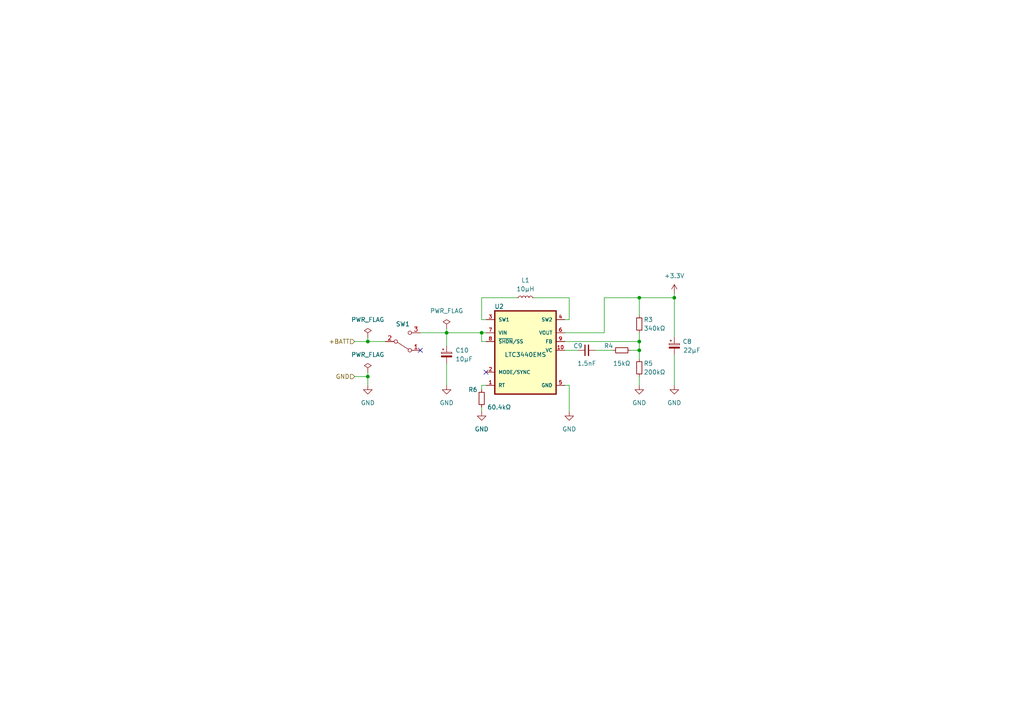
<source format=kicad_sch>
(kicad_sch (version 20211123) (generator eeschema)
  (paper "A4")
  (title_block (title "Power Supply") (date "2023-01-10") (rev "${REVISION}") (company "Authors: A. Kotkov, I. Kajdan") (comment 1 "Reviewer: A. Bondyra"))
  (lib_symbols
    (symbol "Device:C_Polarized_Small" (pin_numbers hide) (pin_names (offset 0.254) hide)
      (property "Reference" "C" (at 0.254 1.778 0))
      (property "Value" "C_Polarized_Small" (at 0.254 -2.032 0))
      (symbol "C_Polarized_Small_0_1"
        (rectangle (start -1.524 -0.3048) (end 1.524 -0.6858) (fill (type outline)))
        (rectangle (start -1.524 0.6858) (end 1.524 0.3048))
        (polyline (pts (xy -1.27 1.524) (xy -0.762 1.524)))
        (polyline (pts (xy -1.016 1.27) (xy -1.016 1.778)))
      )
      (symbol "C_Polarized_Small_1_1"
        (pin passive line (at 0 2.54 270) (length 1.8542) (name "~") (number "1"))
        (pin passive line (at 0 -2.54 90) (length 1.8542) (name "~") (number "2"))
      )
    )
    (symbol "Device:C_Small" (pin_numbers hide) (pin_names (offset 0.254) hide)
      (property "Reference" "C" (at 0.254 1.778 0))
      (property "Value" "C_Small" (at 0.254 -2.032 0))
      (symbol "C_Small_0_1"
        (polyline (pts (xy -1.524 -0.508) (xy 1.524 -0.508)) (stroke (width 0.3302)))
        (polyline (pts (xy -1.524 0.508) (xy 1.524 0.508)) (stroke (width 0.3048)))
      )
      (symbol "C_Small_1_1"
        (pin passive line (at 0 2.54 270) (length 2.032) (name "~") (number "1"))
        (pin passive line (at 0 -2.54 90) (length 2.032) (name "~") (number "2"))
      )
    )
    (symbol "Device:L_Small" (pin_numbers hide) (pin_names (offset 0.254) hide)
      (property "Reference" "L" (at 0.762 1.016 0))
      (property "Value" "L_Small" (at 0.762 -1.016 0))
      (symbol "L_Small_0_1"
        (arc (start 0 -2.032) (mid 0.508 -1.524) (end 0 -1.016))
        (arc (start 0 -1.016) (mid 0.508 -0.508) (end 0 0))
        (arc (start 0 0) (mid 0.508 0.508) (end 0 1.016))
        (arc (start 0 1.016) (mid 0.508 1.524) (end 0 2.032))
      )
      (symbol "L_Small_1_1"
        (pin passive line (at 0 2.54 270) (length 0.508) (name "~") (number "1"))
        (pin passive line (at 0 -2.54 90) (length 0.508) (name "~") (number "2"))
      )
    )
    (symbol "Device:R_Small" (pin_numbers hide) (pin_names (offset 0.254) hide)
      (property "Reference" "R" (at 0.762 0.508 0))
      (property "Value" "R_Small" (at 0.762 -1.016 0))
      (symbol "R_Small_0_1"
        (rectangle (start -0.762 1.778) (end 0.762 -1.778) (stroke (width 0.2032)))
      )
      (symbol "R_Small_1_1"
        (pin passive line (at 0 2.54 270) (length 0.762) (name "~") (number "1"))
        (pin passive line (at 0 -2.54 90) (length 0.762) (name "~") (number "2"))
      )
    )
    (symbol "LTC3440EMS:LTC3440EMS" (pin_names (offset 1.016))
      (property "Reference" "U" (at -8.5346 13.0816 0))
      (property "Value" "LTC3440EMS" (at -6.0795 -1.8211 0))
      (symbol "LTC3440EMS_0_0"
        (rectangle (start -8.89 12.7) (end 8.89 -11.43) (stroke (width 0.4064)) (fill (type background)))
        (pin passive line (at -11.43 -8.89 0) (length 2.54) (name "RT") (number "1"))
        (pin output line (at 11.43 1.27 180) (length 2.54) (name "VC") (number "10"))
        (pin input line (at -11.43 -5.08 0) (length 2.54) (name "MODE/SYNC") (number "2"))
        (pin passive line (at -11.43 10.16 0) (length 2.54) (name "SW1") (number "3"))
        (pin passive line (at 11.43 10.16 180) (length 2.54) (name "SW2") (number "4"))
        (pin passive line (at 11.43 -8.89 180) (length 2.54) (name "GND") (number "5"))
        (pin power_out line (at 11.43 6.35 180) (length 2.54) (name "VOUT") (number "6"))
        (pin power_in line (at -11.43 6.35 0) (length 2.54) (name "VIN") (number "7"))
        (pin input line (at -11.43 3.81 0) (length 2.54) (name "~{SHDN}/SS") (number "8"))
        (pin input line (at 11.43 3.81 180) (length 2.54) (name "FB") (number "9"))
      )
    )
    (symbol "Switch:SW_SPDT" (pin_names (offset 0) hide)
      (property "Reference" "SW" (at 0 4.318 0))
      (property "Value" "SW_SPDT" (at 0 -5.08 0))
      (symbol "SW_SPDT_0_0"
        (circle (center -2.032 0) (radius 0.508))
        (circle (center 2.032 -2.54) (radius 0.508))
      )
      (symbol "SW_SPDT_0_1"
        (polyline (pts (xy -1.524 0.254) (xy 1.651 2.286)))
        (circle (center 2.032 2.54) (radius 0.508))
      )
      (symbol "SW_SPDT_1_1"
        (pin passive line (at 5.08 2.54 180) (length 2.54) (name "A") (number "1"))
        (pin passive line (at -5.08 0 0) (length 2.54) (name "B") (number "2"))
        (pin passive line (at 5.08 -2.54 180) (length 2.54) (name "C") (number "3"))
      )
    )
    (symbol "power:+3.3V" (power) (pin_names (offset 0))
      (property "Value" "+3.3V" (at 0 3.556 0))
      (symbol "+3.3V_0_1"
        (polyline (pts (xy -0.762 1.27) (xy 0 2.54)))
        (polyline (pts (xy 0 0) (xy 0 2.54)))
        (polyline (pts (xy 0 2.54) (xy 0.762 1.27)))
      )
      (symbol "+3.3V_1_1"
        (pin power_in line (at 0 0 90) (length 0) hide (name "+3.3V") (number "1"))
      )
    )
    (symbol "power:GND" (power) (pin_names (offset 0))
      (property "Value" "GND" (at 0 -3.81 0))
      (symbol "GND_0_1"
        (polyline (pts (xy 0 0) (xy 0 -1.27) (xy 1.27 -1.27) (xy 0 -2.54) (xy -1.27 -1.27) (xy 0 -1.27)))
      )
      (symbol "GND_1_1"
        (pin power_in line (at 0 0 270) (length 0) hide (name "GND") (number "1"))
      )
    )
    (symbol "power:PWR_FLAG" (power) (pin_numbers hide) (pin_names (offset 0) hide)
      (property "Value" "PWR_FLAG" (at 0 3.81 0))
      (symbol "PWR_FLAG_0_0"
        (pin power_out line (at 0 0 90) (length 0) (name "pwr") (number "1"))
      )
      (symbol "PWR_FLAG_0_1"
        (polyline (pts (xy 0 0) (xy 0 1.27) (xy -1.016 1.905) (xy 0 2.54) (xy 1.016 1.905) (xy 0 1.27)))
      )
    )
  )
  (junction (at 195.58 86.36))
  (junction (at 139.7 96.52))
  (junction (at 106.68 109.22))
  (junction (at 129.54 96.52))
  (junction (at 185.42 86.36))
  (junction (at 185.42 99.06))
  (junction (at 106.68 99.06))
  (junction (at 185.42 101.6))
  (no_connect (at 140.97 107.95))
  (no_connect (at 121.92 101.6))
  (wire (pts (xy 129.54 105.41) (xy 129.54 111.76)))
  (wire (pts (xy 185.42 86.36) (xy 185.42 91.44)))
  (wire (pts (xy 163.83 96.52) (xy 175.26 96.52)))
  (wire (pts (xy 129.54 96.52) (xy 129.54 100.33)))
  (wire (pts (xy 139.7 99.06) (xy 139.7 96.52)))
  (wire (pts (xy 140.97 92.71) (xy 139.7 92.71)))
  (wire (pts (xy 182.88 101.6) (xy 185.42 101.6)))
  (wire (pts (xy 175.26 86.36) (xy 185.42 86.36)))
  (wire (pts (xy 121.92 96.52) (xy 129.54 96.52)))
  (wire (pts (xy 195.58 85.09) (xy 195.58 86.36)))
  (wire (pts (xy 195.58 97.79) (xy 195.58 86.36)))
  (wire (pts (xy 185.42 99.06) (xy 185.42 96.52)))
  (wire (pts (xy 185.42 101.6) (xy 185.42 104.14)))
  (wire (pts (xy 165.1 119.38) (xy 165.1 111.76)))
  (wire (pts (xy 172.72 101.6) (xy 177.8 101.6)))
  (wire (pts (xy 185.42 101.6) (xy 185.42 99.06)))
  (wire (pts (xy 106.68 107.95) (xy 106.68 109.22)))
  (wire (pts (xy 163.83 99.06) (xy 185.42 99.06)))
  (wire (pts (xy 175.26 86.36) (xy 175.26 96.52)))
  (wire (pts (xy 106.68 111.76) (xy 106.68 109.22)))
  (wire (pts (xy 165.1 86.36) (xy 165.1 92.71)))
  (wire (pts (xy 165.1 92.71) (xy 163.83 92.71)))
  (wire (pts (xy 129.54 95.25) (xy 129.54 96.52)))
  (wire (pts (xy 154.94 86.36) (xy 165.1 86.36)))
  (wire (pts (xy 129.54 96.52) (xy 139.7 96.52)))
  (wire (pts (xy 139.7 118.11) (xy 139.7 119.38)))
  (wire (pts (xy 106.68 99.06) (xy 111.76 99.06)))
  (wire (pts (xy 139.7 96.52) (xy 140.97 96.52)))
  (wire (pts (xy 140.97 111.76) (xy 139.7 111.76)))
  (wire (pts (xy 106.68 97.79) (xy 106.68 99.06)))
  (wire (pts (xy 139.7 111.76) (xy 139.7 113.03)))
  (wire (pts (xy 106.68 109.22) (xy 102.87 109.22)))
  (wire (pts (xy 163.83 101.6) (xy 167.64 101.6)))
  (wire (pts (xy 140.97 99.06) (xy 139.7 99.06)))
  (wire (pts (xy 195.58 102.87) (xy 195.58 111.76)))
  (wire (pts (xy 139.7 86.36) (xy 139.7 92.71)))
  (wire (pts (xy 139.7 86.36) (xy 149.86 86.36)))
  (wire (pts (xy 165.1 111.76) (xy 163.83 111.76)))
  (wire (pts (xy 185.42 109.22) (xy 185.42 111.76)))
  (wire (pts (xy 102.87 99.06) (xy 106.68 99.06)))
  (wire (pts (xy 185.42 86.36) (xy 195.58 86.36)))
  (hierarchical_label "+BATT" (shape input) (at 102.87 99.06 180))
  (hierarchical_label "GND" (shape input) (at 102.87 109.22 180))
  (symbol (lib_id "power:PWR_FLAG") (at 106.68 107.95 0) (unit 1)
    (property "Reference" "#FLG03" (effects hide))
    (property "Value" "PWR_FLAG" (at 106.68 102.87 0))
  )
  (symbol (lib_id "Device:R_Small") (at 139.7 115.57 180) (unit 1)
    (property "Reference" "R6" (at 137.16 113.03 0))
    (property "Value" "60.4kΩ" (at 144.78 118.11 0))
    (property "Footprint" "Resistor_SMD:R_0603_1608Metric" (effects hide))
  )
  (symbol (lib_id "power:GND") (at 195.58 111.76 0) (unit 1)
    (property "Reference" "#PWR019" (effects hide))
    (property "Value" "GND" (at 195.58 116.84 0))
  )
  (symbol (lib_id "power:GND") (at 129.54 111.76 0) (unit 1)
    (property "Reference" "#PWR017" (effects hide))
    (property "Value" "GND" (at 129.54 116.84 0))
  )
  (symbol (lib_id "Device:L_Small") (at 152.4 86.36 90) (unit 1)
    (property "Reference" "L1" (at 152.4 81.28 90))
    (property "Value" "10μH" (at 152.4 83.82 90))
    (property "Footprint" "Inductor_SMD:L_Bourns-SRN4018" (effects hide))
  )
  (symbol (lib_id "Device:C_Polarized_Small") (at 129.54 102.87 0) (unit 1)
    (property "Reference" "C10" (at 132.08 101.5999 0) (effects (justify left)))
    (property "Value" "10μF" (at 132.08 104.1399 0) (effects (justify left)))
    (property "Footprint" "Capacitor_SMD:CP_Elec_6.3x5.4" (effects hide))
  )
  (symbol (lib_id "power:PWR_FLAG") (at 106.68 97.79 0) (unit 1)
    (property "Reference" "#FLG02" (effects hide))
    (property "Value" "PWR_FLAG" (at 106.68 92.71 0))
  )
  (symbol (lib_id "Device:R_Small") (at 185.42 106.68 0) (unit 1)
    (property "Reference" "R5" (at 186.69 105.41 0) (effects (justify left)))
    (property "Value" "200kΩ" (at 186.69 107.95 0) (effects (justify left)))
    (property "Footprint" "Resistor_SMD:R_0603_1608Metric" (effects hide))
  )
  (symbol (lib_id "Switch:SW_SPDT") (at 116.84 99.06 0) (mirror x) (unit 1)
    (property "Reference" "SW1" (at 116.84 93.98 0))
    (property "Value" "SW_SPST" (effects hide))
    (property "Footprint" "Button_Switch_THT:SW_Slide_1P2T_CK_OS102011MS2Q" (effects hide))
  )
  (symbol (lib_id "Device:R_Small") (at 185.42 93.98 0) (unit 1)
    (property "Reference" "R3" (at 186.69 92.71 0) (effects (justify left)))
    (property "Value" "340kΩ" (at 186.69 95.25 0) (effects (justify left)))
    (property "Footprint" "Resistor_SMD:R_0603_1608Metric" (effects hide))
  )
  (symbol (lib_id "power:+3.3V") (at 195.58 85.09 0) (unit 1)
    (property "Reference" "#PWR015" (effects hide))
    (property "Value" "+3.3V" (at 195.58 80.01 0))
  )
  (symbol (lib_id "power:GND") (at 106.68 111.76 0) (unit 1)
    (property "Reference" "#PWR016" (effects hide))
    (property "Value" "GND" (at 106.68 116.84 0))
  )
  (symbol (lib_id "power:GND") (at 139.7 119.38 0) (unit 1)
    (property "Reference" "#PWR020" (effects hide))
    (property "Value" "GND" (at 139.7 124.46 0))
  )
  (symbol (lib_id "Device:C_Polarized_Small") (at 195.58 100.33 0) (unit 1)
    (property "Reference" "C8" (at 200.66 99.0601 0) (effects (justify right)))
    (property "Value" "22μF" (at 203.2 101.6001 0) (effects (justify right)))
    (property "Footprint" "Capacitor_SMD:CP_Elec_6.3x5.4" (effects hide))
  )
  (symbol (lib_id "LTC3440EMS:LTC3440EMS") (at 152.4 102.87 0) (unit 1)
    (property "Reference" "U2" (at 144.78 88.9 0))
    (property "Value" "LTC3440EMS" (at 152.4 102.87 0))
    (property "Footprint" "Package_SO:MSOP-10_3x3mm_P0.5mm" (effects hide))
    (property "Datasheet" "https://eu.mouser.com/datasheet/2/609/3440fd-1270959.pdf" (effects hide))
    (property "MPN" "LTC3440EMS#PBF" (effects hide))
    (property "PACKAGE" "MSOP-10" (effects hide))
    (property "OC_NEWARK" "73K4393" (effects hide))
    (property "OC_FARNELL" "1273938" (effects hide))
    (property "SUPPLIER" "Linear Technology" (effects hide))
  )
  (symbol (lib_id "Device:R_Small") (at 180.34 101.6 270) (unit 1)
    (property "Reference" "R4" (at 176.53 100.33 90))
    (property "Value" "15kΩ" (at 180.34 105.41 90))
    (property "Footprint" "Resistor_SMD:R_0603_1608Metric" (effects hide))
  )
  (symbol (lib_id "Device:C_Small") (at 170.18 101.6 90) (unit 1)
    (property "Reference" "C9" (at 167.64 100.33 90))
    (property "Value" "1.5nF" (at 170.18 105.41 90))
    (property "Footprint" "Capacitor_SMD:C_0603_1608Metric" (effects hide))
  )
  (symbol (lib_id "power:PWR_FLAG") (at 129.54 95.25 0) (unit 1)
    (property "Reference" "#FLG01" (effects hide))
    (property "Value" "PWR_FLAG" (at 129.54 90.17 0))
  )
  (symbol (lib_id "power:GND") (at 165.1 119.38 0) (unit 1)
    (property "Reference" "#PWR021" (effects hide))
    (property "Value" "GND" (at 165.1 124.46 0))
  )
  (symbol (lib_id "power:GND") (at 185.42 111.76 0) (unit 1)
    (property "Reference" "#PWR018" (effects hide))
    (property "Value" "GND" (at 185.42 116.84 0))
  )
)
</source>
